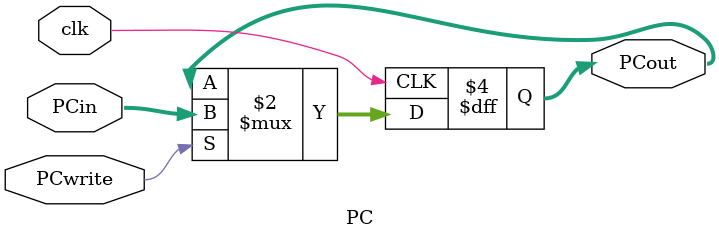
<source format=v>
`timescale 1ns / 1ps


module PC(
input clk,
input PCwrite,
input [31:0] PCin,
output reg [31:0] PCout);
always@(posedge clk)begin
if(PCwrite)
PCout <= PCin;
end
endmodule

</source>
